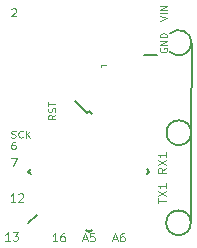
<source format=gbr>
%TF.GenerationSoftware,KiCad,Pcbnew,(6.0.1)*%
%TF.CreationDate,2022-04-12T16:45:31-07:00*%
%TF.ProjectId,3208_board,33323038-5f62-46f6-9172-642e6b696361,rev?*%
%TF.SameCoordinates,Original*%
%TF.FileFunction,Legend,Top*%
%TF.FilePolarity,Positive*%
%FSLAX46Y46*%
G04 Gerber Fmt 4.6, Leading zero omitted, Abs format (unit mm)*
G04 Created by KiCad (PCBNEW (6.0.1)) date 2022-04-12 16:45:31*
%MOMM*%
%LPD*%
G01*
G04 APERTURE LIST*
%ADD10C,0.150000*%
%ADD11C,0.100000*%
%ADD12C,0.200000*%
%ADD13C,0.120000*%
G04 APERTURE END LIST*
D10*
X155352268Y-67945000D02*
X155321000Y-75565000D01*
X155382629Y-60325000D02*
X155352268Y-67945000D01*
X155321001Y-75565000D02*
G75*
G03*
X155321001Y-75565000I-1047269J0D01*
G01*
X155352269Y-67945000D02*
G75*
G03*
X155352269Y-67945000I-1047269J0D01*
G01*
X153543001Y-61086999D02*
G75*
G03*
X153543001Y-59563001I761999J761999D01*
G01*
D11*
X146185000Y-76951666D02*
X146518333Y-76951666D01*
X146118333Y-77151666D02*
X146351666Y-76451666D01*
X146585000Y-77151666D01*
X147151666Y-76451666D02*
X146818333Y-76451666D01*
X146785000Y-76785000D01*
X146818333Y-76751666D01*
X146885000Y-76718333D01*
X147051666Y-76718333D01*
X147118333Y-76751666D01*
X147151666Y-76785000D01*
X147185000Y-76851666D01*
X147185000Y-77018333D01*
X147151666Y-77085000D01*
X147118333Y-77118333D01*
X147051666Y-77151666D01*
X146885000Y-77151666D01*
X146818333Y-77118333D01*
X146785000Y-77085000D01*
X140133285Y-68339857D02*
X140219000Y-68368428D01*
X140361857Y-68368428D01*
X140419000Y-68339857D01*
X140447571Y-68311285D01*
X140476142Y-68254142D01*
X140476142Y-68197000D01*
X140447571Y-68139857D01*
X140419000Y-68111285D01*
X140361857Y-68082714D01*
X140247571Y-68054142D01*
X140190428Y-68025571D01*
X140161857Y-67997000D01*
X140133285Y-67939857D01*
X140133285Y-67882714D01*
X140161857Y-67825571D01*
X140190428Y-67797000D01*
X140247571Y-67768428D01*
X140390428Y-67768428D01*
X140476142Y-67797000D01*
X141076142Y-68311285D02*
X141047571Y-68339857D01*
X140961857Y-68368428D01*
X140904714Y-68368428D01*
X140819000Y-68339857D01*
X140761857Y-68282714D01*
X140733285Y-68225571D01*
X140704714Y-68111285D01*
X140704714Y-68025571D01*
X140733285Y-67911285D01*
X140761857Y-67854142D01*
X140819000Y-67797000D01*
X140904714Y-67768428D01*
X140961857Y-67768428D01*
X141047571Y-67797000D01*
X141076142Y-67825571D01*
X141333285Y-68368428D02*
X141333285Y-67768428D01*
X141676142Y-68368428D02*
X141419000Y-68025571D01*
X141676142Y-67768428D02*
X141333285Y-68111285D01*
X140419000Y-68734428D02*
X140304714Y-68734428D01*
X140247571Y-68763000D01*
X140219000Y-68791571D01*
X140161857Y-68877285D01*
X140133285Y-68991571D01*
X140133285Y-69220142D01*
X140161857Y-69277285D01*
X140190428Y-69305857D01*
X140247571Y-69334428D01*
X140361857Y-69334428D01*
X140419000Y-69305857D01*
X140447571Y-69277285D01*
X140476142Y-69220142D01*
X140476142Y-69077285D01*
X140447571Y-69020142D01*
X140419000Y-68991571D01*
X140361857Y-68963000D01*
X140247571Y-68963000D01*
X140190428Y-68991571D01*
X140161857Y-69020142D01*
X140133285Y-69077285D01*
X140101666Y-70101666D02*
X140568333Y-70101666D01*
X140268333Y-70801666D01*
X143844928Y-66432071D02*
X143559214Y-66632071D01*
X143844928Y-66774928D02*
X143244928Y-66774928D01*
X143244928Y-66546357D01*
X143273500Y-66489214D01*
X143302071Y-66460642D01*
X143359214Y-66432071D01*
X143444928Y-66432071D01*
X143502071Y-66460642D01*
X143530642Y-66489214D01*
X143559214Y-66546357D01*
X143559214Y-66774928D01*
X143816357Y-66203500D02*
X143844928Y-66117785D01*
X143844928Y-65974928D01*
X143816357Y-65917785D01*
X143787785Y-65889214D01*
X143730642Y-65860642D01*
X143673500Y-65860642D01*
X143616357Y-65889214D01*
X143587785Y-65917785D01*
X143559214Y-65974928D01*
X143530642Y-66089214D01*
X143502071Y-66146357D01*
X143473500Y-66174928D01*
X143416357Y-66203500D01*
X143359214Y-66203500D01*
X143302071Y-66174928D01*
X143273500Y-66146357D01*
X143244928Y-66089214D01*
X143244928Y-65946357D01*
X143273500Y-65860642D01*
X143244928Y-65689214D02*
X143244928Y-65346357D01*
X143844928Y-65517785D02*
X143244928Y-65517785D01*
X152735000Y-60782142D02*
X152706428Y-60839285D01*
X152706428Y-60925000D01*
X152735000Y-61010714D01*
X152792142Y-61067857D01*
X152849285Y-61096428D01*
X152963571Y-61125000D01*
X153049285Y-61125000D01*
X153163571Y-61096428D01*
X153220714Y-61067857D01*
X153277857Y-61010714D01*
X153306428Y-60925000D01*
X153306428Y-60867857D01*
X153277857Y-60782142D01*
X153249285Y-60753571D01*
X153049285Y-60753571D01*
X153049285Y-60867857D01*
X153306428Y-60496428D02*
X152706428Y-60496428D01*
X153306428Y-60153571D01*
X152706428Y-60153571D01*
X153306428Y-59867857D02*
X152706428Y-59867857D01*
X152706428Y-59725000D01*
X152735000Y-59639285D01*
X152792142Y-59582142D01*
X152849285Y-59553571D01*
X152963571Y-59525000D01*
X153049285Y-59525000D01*
X153163571Y-59553571D01*
X153220714Y-59582142D01*
X153277857Y-59639285D01*
X153306428Y-59725000D01*
X153306428Y-59867857D01*
X144011666Y-77151666D02*
X143611666Y-77151666D01*
X143811666Y-77151666D02*
X143811666Y-76451666D01*
X143745000Y-76551666D01*
X143678333Y-76618333D01*
X143611666Y-76651666D01*
X144611666Y-76451666D02*
X144478333Y-76451666D01*
X144411666Y-76485000D01*
X144378333Y-76518333D01*
X144311666Y-76618333D01*
X144278333Y-76751666D01*
X144278333Y-77018333D01*
X144311666Y-77085000D01*
X144345000Y-77118333D01*
X144411666Y-77151666D01*
X144545000Y-77151666D01*
X144611666Y-77118333D01*
X144645000Y-77085000D01*
X144678333Y-77018333D01*
X144678333Y-76851666D01*
X144645000Y-76785000D01*
X144611666Y-76751666D01*
X144545000Y-76718333D01*
X144411666Y-76718333D01*
X144345000Y-76751666D01*
X144311666Y-76785000D01*
X144278333Y-76851666D01*
X152524666Y-73891666D02*
X152524666Y-73491666D01*
X153224666Y-73691666D02*
X152524666Y-73691666D01*
X152524666Y-73325000D02*
X153224666Y-72858333D01*
X152524666Y-72858333D02*
X153224666Y-73325000D01*
X153224666Y-72225000D02*
X153224666Y-72625000D01*
X153224666Y-72425000D02*
X152524666Y-72425000D01*
X152624666Y-72491666D01*
X152691333Y-72558333D01*
X152724666Y-72625000D01*
X140455666Y-73786166D02*
X140055666Y-73786166D01*
X140255666Y-73786166D02*
X140255666Y-73086166D01*
X140189000Y-73186166D01*
X140122333Y-73252833D01*
X140055666Y-73286166D01*
X140722333Y-73152833D02*
X140755666Y-73119500D01*
X140822333Y-73086166D01*
X140989000Y-73086166D01*
X141055666Y-73119500D01*
X141089000Y-73152833D01*
X141122333Y-73219500D01*
X141122333Y-73286166D01*
X141089000Y-73386166D01*
X140689000Y-73786166D01*
X141122333Y-73786166D01*
X152706428Y-58442142D02*
X153306428Y-58242142D01*
X152706428Y-58042142D01*
X153306428Y-57842142D02*
X152706428Y-57842142D01*
X153306428Y-57556428D02*
X152706428Y-57556428D01*
X153306428Y-57213571D01*
X152706428Y-57213571D01*
X153224666Y-70935000D02*
X152891333Y-71168333D01*
X153224666Y-71335000D02*
X152524666Y-71335000D01*
X152524666Y-71068333D01*
X152558000Y-71001666D01*
X152591333Y-70968333D01*
X152658000Y-70935000D01*
X152758000Y-70935000D01*
X152824666Y-70968333D01*
X152858000Y-71001666D01*
X152891333Y-71068333D01*
X152891333Y-71335000D01*
X152524666Y-70701666D02*
X153224666Y-70235000D01*
X152524666Y-70235000D02*
X153224666Y-70701666D01*
X153224666Y-69601666D02*
X153224666Y-70001666D01*
X153224666Y-69801666D02*
X152524666Y-69801666D01*
X152624666Y-69868333D01*
X152691333Y-69935000D01*
X152724666Y-70001666D01*
X148725000Y-76951666D02*
X149058333Y-76951666D01*
X148658333Y-77151666D02*
X148891666Y-76451666D01*
X149125000Y-77151666D01*
X149658333Y-76451666D02*
X149525000Y-76451666D01*
X149458333Y-76485000D01*
X149425000Y-76518333D01*
X149358333Y-76618333D01*
X149325000Y-76751666D01*
X149325000Y-77018333D01*
X149358333Y-77085000D01*
X149391666Y-77118333D01*
X149458333Y-77151666D01*
X149591666Y-77151666D01*
X149658333Y-77118333D01*
X149691666Y-77085000D01*
X149725000Y-77018333D01*
X149725000Y-76851666D01*
X149691666Y-76785000D01*
X149658333Y-76751666D01*
X149591666Y-76718333D01*
X149458333Y-76718333D01*
X149391666Y-76751666D01*
X149358333Y-76785000D01*
X149325000Y-76851666D01*
X140011166Y-77088166D02*
X139611166Y-77088166D01*
X139811166Y-77088166D02*
X139811166Y-76388166D01*
X139744500Y-76488166D01*
X139677833Y-76554833D01*
X139611166Y-76588166D01*
X140244500Y-76388166D02*
X140677833Y-76388166D01*
X140444500Y-76654833D01*
X140544500Y-76654833D01*
X140611166Y-76688166D01*
X140644500Y-76721500D01*
X140677833Y-76788166D01*
X140677833Y-76954833D01*
X140644500Y-77021500D01*
X140611166Y-77054833D01*
X140544500Y-77088166D01*
X140344500Y-77088166D01*
X140277833Y-77054833D01*
X140244500Y-77021500D01*
X140135000Y-57468333D02*
X140168333Y-57435000D01*
X140235000Y-57401666D01*
X140401666Y-57401666D01*
X140468333Y-57435000D01*
X140501666Y-57468333D01*
X140535000Y-57535000D01*
X140535000Y-57601666D01*
X140501666Y-57701666D01*
X140101666Y-58101666D01*
X140535000Y-58101666D01*
D12*
%TO.C,R3*%
X141551269Y-75618731D02*
X142293731Y-74876269D01*
D13*
%TO.C,IC1*%
X147752000Y-62419000D02*
X147752000Y-62219000D01*
X147852000Y-62219000D02*
X147752000Y-62219000D01*
X147852000Y-62219000D02*
X148152000Y-62219000D01*
D12*
%TO.C,R1*%
X152417000Y-61404500D02*
X151367000Y-61404500D01*
D10*
%TO.C,U1*%
X146685000Y-76373524D02*
X146455190Y-76143714D01*
X146685000Y-66120476D02*
X146914810Y-66350286D01*
X151811524Y-71247000D02*
X151581714Y-71017190D01*
X141558476Y-71247000D02*
X141788286Y-71017190D01*
X146685000Y-66120476D02*
X146525901Y-66279575D01*
X146685000Y-76373524D02*
X146914810Y-76143714D01*
X146525901Y-66279575D02*
X145518274Y-65271948D01*
X151811524Y-71247000D02*
X151581714Y-71476810D01*
X141558476Y-71247000D02*
X141788286Y-71476810D01*
%TD*%
M02*

</source>
